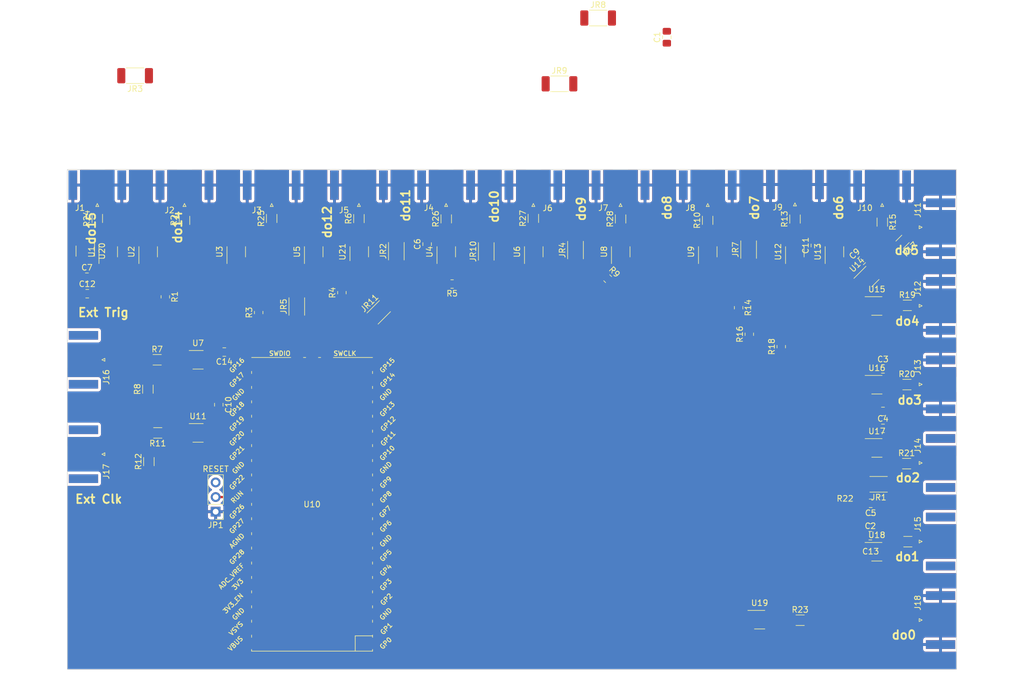
<source format=kicad_pcb>
(kicad_pcb (version 20221018) (generator pcbnew)
  (layers (0 "F.Cu" signal) (31 "B.Cu" signal) (34 "B.Paste" user) (35 "F.Paste" user) (36 "B.SilkS" user "B.Silkscreen") (37 "F.SilkS" user "F.Silkscreen") (38 "B.Mask" user) (39 "F.Mask" user) (44 "Edge.Cuts" user))
  (net 0 "")
  (net 1 "3_3V_Pico")
  (net 2 "GND")
  (net 3 "Net-(J16-In)")
  (net 4 "Net-(J17-In)")
  (net 5 "do7")
  (net 6 "do0")
  (net 7 "do15")
  (net 8 "do8")
  (net 9 "do14")
  (net 10 "do6")
  (net 11 "do9")
  (net 12 "do1")
  (net 13 "do13")
  (net 14 "do5")
  (net 15 "do10")
  (net 16 "do2")
  (net 17 "do12")
  (net 18 "do4")
  (net 19 "do3")
  (net 21 "Net-(JP1-C)")
  (net 22 "do11")
  (net 37 "Net-(U10-GPIO8)")
  (net 38 "Net-(U12A-1Y)")
  (net 41 "Net-(J16-Ext)")
  (net 42 "Net-(U2A-2Y)")
  (net 43 "Net-(R7-Pad2)")
  (net 44 "Net-(U5A-2Y)")
  (net 45 "Net-(R11-Pad1)")
  (net 46 "Net-(U9A-1Y)")
  (net 47 "Net-(U13A-1Y)")
  (net 48 "Net-(U14A-1Y)")
  (net 49 "Net-(U15A-1Y)")
  (net 50 "Net-(U16A-1Y)")
  (net 51 "Net-(U17A-1Y)")
  (net 52 "Net-(U18A-1Y)")
  (net 53 "Net-(U19A-1Y)")
  (net 54 "Net-(U10-GPIO15)")
  (net 55 "Net-(U10-GPIO14)")
  (net 56 "Net-(U10-GPIO13)")
  (net 57 "Net-(U10-GPIO11)")
  (net 58 "Net-(U10-GPIO12)")
  (net 59 "Net-(U10-GPIO10)")
  (net 61 "Net-(U10-GPIO16)")
  (net 62 "Net-(U10-GPIO9)")
  (net 63 "Net-(U10-GPIO7)")
  (net 65 "Net-(U10-GPIO20)")
  (net 66 "Net-(U10-GPIO6)")
  (net 67 "Net-(U10-GPIO5)")
  (net 68 "Net-(U10-GPIO4)")
  (net 69 "Net-(U10-GPIO3)")
  (net 70 "Net-(U10-GPIO2)")
  (net 71 "Net-(U10-GPIO1)")
  (net 72 "Net-(U10-GPIO0)")
  (net 73 "Net-(U1A-2Y)")
  (net 74 "Net-(U3A-2Y)")
  (net 75 "Net-(U4A-1Y)")
  (net 76 "Net-(U6A-1Y)")
  (net 77 "Net-(U8A-1Y)")
  (footprint "Package_TO_SOT_SMD:SOT-23-6_Handsoldering" (layer "F.Cu") (at 194.228 68.483 90)
    (fp_text reference "U12")
    (fp_text value "74LVC2G34DCKR")
  )
  (footprint "Package_TO_SOT_SMD:SOT-23-6_Handsoldering" (layer "F.Cu") (at 81.928 68.483 90)
    (fp_text reference "U2")
    (fp_text value "74LVC2G34DCKR")
  )
  (footprint "Capacitor_SMD:C_0805_2012Metric_Pad1.18x1.45mm_HandSolder" (layer "F.Cu") (at 172.002 31.2205 90)
    (fp_text reference "C1")
    (fp_text value "100n")
  )
  (footprint "Resistor_SMD:R_1206_3216Metric_Pad1.30x1.75mm_HandSolder" (layer "F.Cu") (at 213.763 77.789)
    (fp_text reference "R19")
    (fp_text value "49.9")
  )
  (footprint "Resistor_SMD:R_1206_3216Metric_Pad1.30x1.75mm_HandSolder" (layer "F.Cu") (at 163.965 62.78 90)
    (fp_text reference "R28")
    (fp_text value "49.9")
  )
  (footprint "Package_TO_SOT_SMD:SOT-23-6_Handsoldering" (layer "F.Cu") (at 163.995 68.483 90)
    (fp_text reference "U8")
    (fp_text value "74LVC2G34DCKR")
  )
  (footprint "Resistor_SMD:R_2010_5025Metric_Pad1.40x2.65mm_HandSolder" (layer "F.Cu") (at 160.069 27.885)
    (fp_text reference "JR8")
    (fp_text value "0")
  )
  (footprint "Resistor_SMD:R_1206_3216Metric_Pad1.30x1.75mm_HandSolder" (layer "F.Cu") (at 82.058 104.919 90)
    (fp_text reference "R12")
    (fp_text value "47k")
  )
  (footprint "Resistor_SMD:R_1206_3216Metric_Pad1.30x1.75mm_HandSolder" (layer "F.Cu") (at 194.26 62.795 90)
    (fp_text reference "R13")
    (fp_text value "49.9")
  )
  (footprint "Package_TO_SOT_SMD:SOT-23-6_Handsoldering" (layer "F.Cu") (at 179.108001 68.483 90)
    (fp_text reference "U9")
    (fp_text value "74LVC2G34DCKR")
  )
  (footprint "Package_TO_SOT_SMD:SOT-23-6_Handsoldering" (layer "F.Cu") (at 208.47975 102.544999)
    (fp_text reference "U17")
    (fp_text value "74LVC2G34DCKR")
  )
  (footprint "Package_TO_SOT_SMD:SOT-23-6_Handsoldering" (layer "F.Cu") (at 97.225 68.483 90)
    (fp_text reference "U3")
    (fp_text value "74LVC2G34DCKR")
  )
  (footprint "Resistor_SMD:R_1206_3216Metric_Pad1.30x1.75mm_HandSolder" (layer "F.Cu") (at 133.691 62.767 90)
    (fp_text reference "R26")
    (fp_text value "49.9")
  )
  (footprint "Resistor_SMD:R_1206_3216Metric_Pad1.30x1.75mm_HandSolder" (layer "F.Cu") (at 213.697 91.539)
    (fp_text reference "R20")
    (fp_text value "49.9")
  )
  (footprint "Connector_Coaxial:SMA_Amphenol_132289_EdgeMount" (layer "F.Cu") (at 209.394448 56.9 90)
    (fp_text reference "J10")
    (fp_text value "do6")
  )
  (footprint "Package_TO_SOT_SMD:SOT-23-6_Handsoldering" (layer "F.Cu") (at 207.078 72.783 45)
    (fp_text reference "U14")
    (fp_text value "74LVC2G34DCKR")
  )
  (footprint "Connector_Coaxial:SMA_Amphenol_132289_EdgeMount" (layer "F.Cu") (at 179.105556 56.9 90)
    (fp_text reference "J8")
    (fp_text value "do8")
  )
  (footprint "Resistor_SMD:R_1206_3216Metric_Pad1.30x1.75mm_HandSolder" (layer "F.Cu") (at 179.08 63.019 90)
    (fp_text reference "R10")
    (fp_text value "49.9")
  )
  (footprint "Connector_Coaxial:SMA_Amphenol_132289_EdgeMount" (layer "F.Cu") (at 219.531948 77.866071)
    (fp_text reference "J12")
    (fp_text value "do4")
  )
  (footprint "Resistor_SMD:R_0805_2012Metric_Pad1.20x1.40mm_HandSolder" (layer "F.Cu") (at 186.326 82.802 90)
    (fp_text reference "R16")
    (fp_text value "10k")
  )
  (footprint "Connector_Coaxial:SMA_Amphenol_132289_EdgeMount" (layer "F.Cu") (at 73.094448 56.9 90)
    (fp_text reference "J1")
    (fp_text value "do15")
  )
  (footprint "Package_TO_SOT_SMD:SOT-23-6_Handsoldering" (layer "F.Cu") (at 208.46475 120.573)
    (fp_text reference "U18")
    (fp_text value "74LVC2G34DCKR")
  )
  (footprint "Connector_Coaxial:SMA_Amphenol_132289_EdgeMount" (layer "F.Cu") (at 70.694448 103.6375 180)
    (fp_text reference "J17")
    (fp_text value "Ext. Clk.")
  )
  (footprint "MCU_RaspberryPi_and_Boards:RPi_Pico_SMD" (layer "F.Cu") (at 110.394448 112.3375 180)
    (fp_text reference "U10")
    (fp_text value "Pico")
  )
  (footprint "Resistor_SMD:R_1206_3216Metric_Pad1.30x1.75mm_HandSolder" (layer "F.Cu") (at 213.856 118.817)
    (fp_text reference "R22")
    (fp_text value "49.9")
  )
  (footprint "Capacitor_SMD:C_0805_2012Metric_Pad1.18x1.45mm_HandSolder" (layer "F.Cu") (at 209.535 99.146)
    (fp_text reference "C4")
    (fp_text value "100n" hide)
  )
  (footprint "Package_TO_SOT_SMD:SOT-23-5_HandSoldering" (layer "F.Cu") (at 71.013 68.363 -90)
    (fp_text reference "U20")
    (fp_text value "74LVC1G34")
  )
  (footprint "Resistor_SMD:R_0805_2012Metric_Pad1.20x1.40mm_HandSolder" (layer "F.Cu") (at 134.71 74.077 180)
    (fp_text reference "R5")
    (fp_text value "10k")
  )
  (footprint "Resistor_SMD:R_1206_3216Metric_Pad1.30x1.75mm_HandSolder" (layer "F.Cu") (at 73.095 62.691 90)
    (fp_text reference "R24")
    (fp_text value "49.9")
  )
  (footprint "Capacitor_SMD:C_0805_2012Metric_Pad1.18x1.45mm_HandSolder" (layer "F.Cu") (at 95.152 85.886 180)
    (fp_text reference "C14")
    (fp_text value "100n")
  )
  (footprint "Resistor_SMD:R_0805_2012Metric_Pad1.20x1.40mm_HandSolder" (layer "F.Cu") (at 84.909 76.303 -90)
    (fp_text reference "R1")
    (fp_text value "10k")
  )
  (footprint "Connector_PinHeader_2.54mm:PinHeader_1x03_P2.54mm_Vertical" (layer "F.Cu") (at 93.6498 113.6142 180)
    (fp_text reference "JP1")
    (fp_text value "RESET")
  )
  (footprint "Resistor_SMD:R_1206_3216Metric_Pad1.30x1.75mm_HandSolder" (layer "F.Cu") (at 209.418 63.331 -90)
    (fp_text reference "R15")
    (fp_text value "49.9")
  )
  (footprint "Resistor_SMD:R_1206_3216Metric_Pad1.30x1.75mm_HandSolder" (layer "F.Cu") (at 83.494448 87.2375)
    (fp_text reference "R7")
    (fp_text value "470")
  )
  (footprint "Resistor_SMD:R_2010_5025Metric_Pad1.40x2.65mm_HandSolder" (layer "F.Cu") (at 121.974 78.996 45)
    (fp_text reference "JR11")
    (fp_text value "0")
  )
  (footprint "Package_TO_SOT_SMD:SOT-23-6_Handsoldering" (layer "F.Cu") (at 148.894 68.483 90)
    (fp_text reference "U6")
    (fp_text value "74LVC2G34DCKR")
  )
  (footprint "Resistor_SMD:R_1206_3216Metric_Pad1.30x1.75mm_HandSolder" (layer "F.Cu") (at 195.15 132.46)
    (fp_text reference "R23")
    (fp_text value "49.9")
  )
  (footprint "Capacitor_SMD:C_0805_2012Metric_Pad1.18x1.45mm_HandSolder" (layer "F.Cu") (at 209.528 88.824)
    (fp_text reference "C3")
    (fp_text value "100n")
  )
  (footprint "Capacitor_SMD:C_0805_2012Metric_Pad1.18x1.45mm_HandSolder" (layer "F.Cu") (at 209.535 96.205)
    (fp_text reference "C8" hide)
    (fp_text value "100n")
  )
  (footprint "Package_TO_SOT_SMD:SOT-23-6_Handsoldering" (layer "F.Cu") (at 208.47825 91.564001)
    (fp_text reference "U16")
    (fp_text value "74LVC2G34DCKR")
  )
  (footprint "Resistor_SMD:R_2010_5025Metric_Pad1.40x2.65mm_HandSolder" (layer "F.Cu") (at 153.357 39.311)
    (fp_text reference "JR9")
    (fp_text value "0")
  )
  (footprint "Resistor_SMD:R_2010_5025Metric_Pad1.40x2.65mm_HandSolder" (layer "F.Cu") (at 156.14 68.183 90)
    (fp_text reference "JR4")
    (fp_text value "0")
  )
  (footprint "Resistor_SMD:R_1206_3216Metric_Pad1.30x1.75mm_HandSolder" (layer "F.Cu") (at 83.594448 99.9375 180)
    (fp_text reference "R11")
    (fp_text value "470")
  )
  (footprint "Capacitor_SMD:C_0805_2012Metric_Pad1.18x1.45mm_HandSolder" (layer "F.Cu") (at 197.787 67.389 90)
    (fp_text reference "C11")
    (fp_text value "100n")
  )
  (footprint "Capacitor_SMD:C_0805_2012Metric_Pad1.18x1.45mm_HandSolder" (layer "F.Cu") (at 207.3625 114.973 180)
    (fp_text reference "C13")
    (fp_text value "1u")
  )
  (footprint "Resistor_SMD:R_0805_2012Metric_Pad1.20x1.40mm_HandSolder" (layer "F.Cu") (at 115.577 75.578 90)
    (fp_text reference "R4")
    (fp_text value "10k")
  )
  (footprint "Connector_Coaxial:SMA_Amphenol_132289_EdgeMount" (layer "F.Cu") (at 70.694448 87.2375 180)
    (fp_text reference "J16")
    (fp_text value "Ext. Trig.")
  )
  (footprint "Capacitor_SMD:C_0805_2012Metric_Pad1.18x1.45mm_HandSolder" (layer "F.Cu") (at 94.194448 95.0375 -90)
    (fp_text reference "C10")
    (fp_text value "100n")
  )
  (footprint "Package_TO_SOT_SMD:SOT-23-6_Handsoldering" (layer "F.Cu") (at 74.996 68.483 90)
    (fp_text reference "U1")
    (fp_text value "74LVC2G34DCKR")
  )
  (footprint "Resistor_SMD:R_2010_5025Metric_Pad1.40x2.65mm_HandSolder" (layer "F.Cu") (at 208.777 108.859 180)
    (fp_text reference "JR1")
    (fp_text value "0")
  )
  (footprint "Resistor_SMD:R_1206_3216Metric_Pad1.30x1.75mm_HandSolder" (layer "F.Cu") (at 148.822 62.68 90)
    (fp_text reference "R27")
    (fp_text value "49.9")
  )
  (footprint "Resistor_SMD:R_1206_3216Metric_Pad1.30x1.75mm_HandSolder" (layer "F.Cu") (at 212.936 66.753 -135)
    (fp_text reference "R17")
    (fp_text value "49.9")
  )
  (footprint "Resistor_SMD:R_1206_3216Metric_Pad1.30x1.75mm_HandSolder" (layer "F.Cu") (at 103.376 62.693 90)
    (fp_text reference "R25")
    (fp_text value "49.9")
  )
  (footprint "Package_TO_SOT_SMD:SOT-23-6_Handsoldering" (layer "F.Cu") (at 208.465 77.893)
    (fp_text reference "U15")
    (fp_text value "74LVC2G34DCKR")
  )
  (footprint "Capacitor_SMD:C_0805_2012Metric_Pad1.18x1.45mm_HandSolder" (layer "F.Cu") (at 71.3 72.898)
    (fp_text reference "C7")
    (fp_text value "1u")
  )
  (footprint "Package_TO_SOT_SMD:SOT-23-6_Handsoldering" (layer "F.Cu") (at 110.679 68.483 90)
    (fp_text reference "U5")
    (fp_text value "74LVC2G34DCKR")
  )
  (footprint "Connector_Coaxial:SMA_Amphenol_132289_EdgeMount" (layer "F.Cu") (at 194.25 56.8 90)
    (fp_text reference "J9")
    (fp_text value "do7")
  )
  (footprint "Resistor_SMD:R_0805_2012Metric_Pad1.20x1.40mm_HandSolder" (layer "F.Cu") (at 101.121 79.034 90)
    (fp_text reference "R3")
    (fp_text value "10k")
  )
  (footprint "Package_TO_SOT_SMD:SOT-23-5_HandSoldering" (layer "F.Cu") (at 90.594448 87.2375)
    (fp_text reference "U7")
    (fp_text value "74LVC1G17")
  )
  (footprint "Connector_Coaxial:SMA_Amphenol_132289_EdgeMount" (layer "F.Cu") (at 219.531948 105.151785)
    (fp_text reference "J14")
    (fp_text value "do2")
  )
  (footprint "Package_TO_SOT_SMD:SOT-23-6_Handsoldering" (layer "F.Cu") (at 201.109 68.483 90)
    (fp_text reference "U13")
    (fp_text value "74LVC2G34DCKR")
  )
  (footprint "Connector_Coaxial:SMA_Amphenol_132289_EdgeMount" (layer "F.Cu") (at 118.52778 56.9 90)
    (fp_text reference "J5")
    (fp_text value "do12")
  )
  (footprint "Connector_Coaxial:SMA_Amphenol_132289_EdgeMount" (layer "F.Cu") (at 88.238892 56.9 90)
    (fp_text reference "J2")
    (fp_text value "do14")
  )
  (footprint "Resistor_SMD:R_0805_2012Metric_Pad1.20x1.40mm_HandSolder" (layer "F.Cu") (at 191.869 84.957 90)
    (fp_text reference "R18")
    (fp_text value "10k")
  )
  (footprint "Resistor_SMD:R_2010_5025Metric_Pad1.40x2.65mm_HandSolder" (layer "F.Cu") (at 125.027 68.379 90)
    (fp_text reference "JR2")
    (fp_text value "0")
  )
  (footprint "Connector_Coaxial:SMA_Amphenol_132289_EdgeMount" (layer "F.Cu") (at 219.531948 132.4375)
    (fp_text reference "J18")
    (fp_text value "do0")
  )
  (footprint "Resistor_SMD:R_1206_3216Metric_Pad1.30x1.75mm_HandSolder" (layer "F.Cu") (at 81.887 92.338 90)
    (fp_text reference "R8")
    (fp_text value "47k")
  )
  (footprint "Connector_Coaxial:SMA_Amphenol_132289_EdgeMount" (layer "F.Cu") (at 103.383336 56.9 90)
    (fp_text reference "J3")
    (fp_text value "do13")
  )
  (footprint "Capacitor_SMD:C_0805_2012Metric_Pad1.18x1.45mm_HandSolder" (layer "F.Cu") (at 207.402 112.162 180)
    (fp_text reference "C5")
    (fp_text value "10u")
  )
  (footprint "Connector_Coaxial:SMA_Amphenol_132289_EdgeMount" (layer "F.Cu") (at 133.672224 56.9 90)
    (fp_text reference "J4")
    (fp_text value "do11")
  )
  (footprint "Resistor_SMD:R_1206_3216Metric_Pad1.30x1.75mm_HandSolder" (layer "F.Cu") (at 213.644 105.268)
    (fp_text reference "R21")
    (fp_text value "49.9")
  )
  (footprint "Resistor_SMD:R_2010_5025Metric_Pad1.40x2.65mm_HandSolder" (layer "F.Cu") (at 79.662 37.902 180)
    (fp_text reference "JR3")
    (fp_text value "0")
  )
  (footprint "Package_TO_SOT_SMD:SOT-23-6_Handsoldering" (layer "F.Cu") (at 188.11875 132.365)
    (fp_text reference "U19")
    (fp_text value "74LVC2G34DCKR")
  )
  (footprint "Resistor_SMD:R_2010_5025Metric_Pad1.40x2.65mm_HandSolder" (layer "F.Cu") (at 186.202 68.102 90)
    (fp_text reference "JR7")
    (fp_text value "0")
  )
  (footprint "Capacitor_SMD:C_0805_2012Metric_Pad1.18x1.45mm_HandSolder" (layer "F.Cu") (at 207.3395 117.781)
    (fp_text reference "C2")
    (fp_text value "100n" hide)
  )
  (footprint "Capacitor_SMD:C_0805_2012Metric_Pad1.18x1.45mm_HandSolder" (layer "F.Cu") (at 130.369 67.1515 90)
    (fp_text reference "C6")
    (fp_text value "100n")
  )
  (footprint "Resistor_SMD:R_0805_2012Metric_Pad1.20x1.40mm_HandSolder" (layer "F.Cu") (at 184.462 78.192 -90)
    (fp_text reference "R14")
    (fp_text value "10k")
  )
  (footprint "Connector_Coaxial:SMA_Amphenol_132289_EdgeMount" (layer "F.Cu") (at 148.816668 56.9 90)
    (fp_text reference "J6")
    (fp_text value "do10")
  )
  (footprint "Resistor_SMD:R_2010_5025Metric_Pad1.40x2.65mm_HandSolder" (layer "F.Cu") (at 140.642 68.415 90)
    (fp_text reference "JR10")
    (fp_text value "0")
  )
  (footprint "Connector_Coaxial:SMA_Amphenol_132289_EdgeMount" (layer "F.Cu") (at 219.531948 91.508928)
    (fp_text reference "J13")
    (fp_text value "do3")
  )
  (footprint "Resistor_SMD:R_1206_3216Metric_Pad1.30x1.75mm_HandSolder" (layer "F.Cu") (at 88.241 63.028 90)
    (fp_text reference "R2")
    (fp_text value "49.9")
  )
  (footprint "Capacitor_SMD:C_0805_2012Metric_Pad1.18x1.45mm_HandSolder" (layer "F.Cu") (at 71.35 75.76)
    (fp_text reference "C12")
    (fp_text value "10u")
  )
  (footprint "Package_TO_SOT_SMD:SOT-23-5_HandSoldering" (layer "F.Cu") (at 90.594448 99.9375)
    (fp_text reference "U11")
    (fp_text value "74LVC1G34")
  )
  (footprint "Resistor_SMD:R_0805_2012Metric_Pad1.20x1.40mm_HandSolder" (layer "F.Cu") (at 161.727 73.151 -45)
    (fp_text reference "R9")
    (fp_text value "10k")
  )
  (footprint "Connector_Coaxial:SMA_Amphenol_132289_EdgeMount" (layer "F.Cu") (at 219.531948 64.223214)
    (fp_text reference "J11")
    (fp_text value "do5")
  )
  (footprint "Package_TO_SOT_SMD:SOT-23-5_HandSoldering" (layer "F.Cu") (at 118.586 68.483 90)
    (fp_text reference "U21")
    (fp_text value "74LVC1G34" hide)
  )
  (footprint "Connector_Coaxial:SMA_Amphenol_132289_EdgeMount" (layer "F.Cu") (at 163.961112 56.9 90)
    (fp_text reference "J7")
    (fp_text value "do9")
  )
  (footprint "Resistor_SMD:R_2010_5025Metric_Pad1.40x2.65mm_HandSolder" (layer "F.Cu") (at 107.742 77.984 90)
    (fp_text reference "JR5")
    (fp_text value "0")
  )
  (footprint "Connector_Coaxial:SMA_Amphenol_132289_EdgeMount" (layer "F.Cu") (at 219.531948 118.794642)
    (fp_text reference "J15")
    (fp_text value "do1")
  )
  (footprint "Resistor_SMD:R_1206_3216Metric_Pad1.30x1.75mm_HandSolder" (layer "F.Cu") (at 118.534 62.717 90)
    (fp_text reference "R6")
    (fp_text value "49.9")
  )
  (footprint "Package_TO_SOT_SMD:SOT-23-6_Handsoldering" (layer "F.Cu") (at 133.697 68.483 90)
    (fp_text reference "U4")
    (fp_text value "74LVC2G34DCKR")
  )
  (footprint "Capacitor_SMD:C_0805_2012Metric_Pad1.18x1.45mm_HandSolder" (layer "F.Cu") (at 205.7975 70.03 45)
    (fp_text reference "C9")
    (fp_text value "100n")
  )
  (gr_rect (start 67.9 54.2) (end 222.3 141) (stroke (width 0.1)) (fill none) (layer "Edge.Cuts"))
  (gr_text "do6" (at 202.7 63.1 90) (layer "F.SilkS") (effects (font (size 1.5 1.5) (thickness 0.3) bold) (justify left bottom)))
  (gr_text "do2" (at 211.6 108.6) (layer "F.SilkS") (effects (font (size 1.5 1.5) (thickness 0.3) bold) (justify left bottom)))
  (gr_text "do12" (at 113.9 66.3 90) (layer "F.SilkS") (effects (font (size 1.5 1.5) (thickness 0.3) bold) (justify left bottom)))
  (gr_text "do5" (at 211.4 69.1) (layer "F.SilkS") (effects (font (size 1.5 1.5) (thickness 0.3) bold) (justify left bottom)))
  (gr_text "do7" (at 188.1 63.1 90) (layer "F.SilkS") (effects (font (size 1.5 1.5) (thickness 0.3) bold) (justify left bottom)))
  (gr_text "do8" (at 172.9 63.1 90) (layer "F.SilkS") (effects (font (size 1.5 1.5) (thickness 0.3) bold) (justify left bottom)))
  (gr_text "do11" (at 127.5 63.4 90) (layer "F.SilkS") (effects (font (size 1.5 1.5) (thickness 0.3) bold) (justify left bottom)))
  (gr_text "do9" (at 158 63.3 90) (layer "F.SilkS") (effects (font (size 1.5 1.5) (thickness 0.3) bold) (justify left bottom)))
  (gr_text "Ext Clk" (at 69.1 112.3) (layer "F.SilkS") (effects (font (size 1.5 1.5) (thickness 0.3) bold) (justify left bottom)))
  (gr_text "Ext Trig" (at 69.6 79.9) (layer "F.SilkS") (effects (font (size 1.5 1.5) (thickness 0.3) bold) (justify left bottom)))
  (gr_text "do1" (at 211.5 122.3) (layer "F.SilkS") (effects (font (size 1.5 1.5) (thickness 0.3) bold) (justify left bottom)))
  (gr_text "do10" (at 142.9 63.6 90) (layer "F.SilkS") (effects (font (size 1.5 1.5) (thickness 0.3) bold) (justify left bottom)))
  (gr_text "do14" (at 87.9 67.2 90) (layer "F.SilkS") (effects (font (size 1.5 1.5) (thickness 0.3) bold) (justify left bottom)))
  (gr_text "do4" (at 211.5 81.4) (layer "F.SilkS") (effects (font (size 1.5 1.5) (thickness 0.3) bold) (justify left bottom)))
  (gr_text "do3" (at 211.9 95.1) (layer "F.SilkS") (effects (font (size 1.5 1.5) (thickness 0.3) bold) (justify left bottom)))
  (gr_text "do15" (at 72.9 67.4 90) (layer "F.SilkS") (effects (font (size 1.5 1.5) (thickness 0.3) bold) (justify left bottom)))
  (gr_text "do0" (at 210.9 135.9) (layer "F.SilkS") (effects (font (size 1.5 1.5) (thickness 0.3) bold) (justify left bottom)))
  (segment (start 81.969 68.434) (end 97.308 68.434) (width 0.4) (layer "F.Cu") (net 1))
  (segment (start 208.457 105.182) (end 208.457 118.729) (width 0.4) (layer "F.Cu") (net 1))
  (segment (start 90.594448 86.6375) (end 90.944448 86.2875) (width 0.4) (layer "F.Cu") (net 1))
  (segment (start 86.241 79.575) (end 72.325 79.575) (width 0.4) (layer "F.Cu") (net 1))
  (segment (start 90.944448 86.2875) (end 91.944448 86.2875) (width 0.4) (layer "F.Cu") (net 1))
  (segment (start 208.457 74.2) (end 208.457 77.937) (width 0.4) (layer "F.Cu") (net 1))
  (segment (start 208.457 91.508) (end 208.457 102.545) (width 0.4) (layer "F.Cu") (net 1))
  (segment (start 117.642 68.434) (end 202.691 68.434) (width 0.4) (layer "F.Cu") (net 1))
  (segment (start 92.8925 98.9875) (end 94.194448 97.685552) (width 0.4) (layer "F.Cu") (net 1))
  (segment (start 70.225 77.475) (end 70.225 68.907) (width 0.4) (layer "F.Cu") (net 1))
  (segment (start 91.944448 98.9875) (end 92.8925 98.9875) (width 0.4) (layer "F.Cu") (net 1))
  (segment (start 208.457 120.573) (end 208.457 122.508) (width 0.4) (layer "F.Cu") (net 1))
  (segment (start 207.953575 71.907425) (end 207.121 72.74) (width 0.4) (layer "F.Cu") (net 1))
  (segment (start 207.121 72.74) (end 206.997 72.74) (width 0.4) (layer "F.Cu") (net 1))
  (segment (start 97.308 68.434) (end 110.82 68.434) (width 0.4) (layer "F.Cu") (net 1))
  (segment (start 81.928 68.393) (end 81.969 68.434) (width 0.4) (layer "F.Cu") (net 1))
  (segment (start 91.944448 85.278448) (end 86.241 79.575) (width 0.4) (layer "F.Cu") (net 1))
  (segment (start 188.42995 132.292801) (end 188.502149 132.365) (width 0.4) (layer "F.Cu") (net 1))
  (segment (start 91.944448 86.2875) (end 91.944448 85.278448) (width 0.4) (layer "F.Cu") (net 1))
  (segment (start 208.457 122.508) (end 204.475 126.49) (width 0.4) (layer "F.Cu") (net 1))
  (segment (start 97.225 67.133) (end 97.225 68.351) (width 0.4) (layer "F.Cu") (net 1))
  (segment (start 101.504448 126.3075) (end 101.474448 126.3375) (width 0.4) (layer "F.Cu") (net 1))
  (segment (start 90.594448 121.6375) (end 90.594448 99.2375) (width 0.4) (layer "F.Cu") (net 1))
  (segment (start 208.457 102.545) (end 208.457 105.182) (width 0.4) (layer "F.Cu") (net 1))
  (segment (start 202.9065 68.6495) (end 206.997 72.74) (width 0.4) (layer "F.Cu") (net 1))
  (segment (start 163.995 67.00675) (end 163.995 68.231) (width 0.4) (layer "F.Cu") (net 1))
  (segment (start 70.225 68.907) (end 70.698 68.434) (width 0.4) (layer "F.Cu") (net 1))
  (segment (start 188.502149 132.365) (end 189.357 132.365) (width 0.4) (layer "F.Cu") (net 1))
  (segment (start 208.513001 91.564001) (end 208.457 91.508) (width 0.4) (layer "F.Cu") (net 1))
  (segment (start 74.996 67.133) (end 74.996 68.423) (width 0.4) (layer "F.Cu") (net 1))
  (segment (start 189.905 126.49) (end 188.42995 127.96505) (width 0.4) (layer "F.Cu") (net 1))
  (segment (start 72.325 79.575) (end 70.225 77.475) (width 0.4) (layer "F.Cu") (net 1))
  (segment (start 70.698 68.434) (end 75.007 68.434) (width 0.4) (layer "F.Cu") (net 1))
  (segment (start 95.294448 126.3375) (end 90.594448 121.6375) (width 0.4) (layer "F.Cu") (net 1))
  (segment (start 90.594448 99.2375) (end 90.594448 86.6375) (width 0.4) (layer "F.Cu") (net 1))
  (segment (start 208.457 118.729) (end 208.457 120.573) (width 0.4) (layer "F.Cu") (net 1))
  (segment (start 206.997 72.74) (end 208.457 74.2) (width 0.4) (layer "F.Cu") (net 1))
  (segment (start 208.501 77.893) (end 208.457 77.937) (width 0.4) (layer "F.Cu") (net 1))
  (segment (start 209.703 120.573) (end 208.457 120.573) (width 0.4) (layer "F.Cu") (net 1))
  (segment (start 204.475 126.49) (end 189.905 126.49) (width 0.4) (layer "F.Cu") (net 1))
  (segment (start 202.691 68.434) (end 202.9065 68.6495) (width 0.4) (layer "F.Cu") (net 1))
  (segment (start 188.42995 127.96505) (end 188.42995 132.292801) (width 0.4) (layer "F.Cu") (net 1))
  (segment (start 110.82 68.434) (end 117.642 68.434) (width 0.4) (layer "F.Cu") (net 1))
  (segment (start 110.679 68.293) (end 110.82 68.434) (width 0.4) (layer "F.Cu") (net 1))
  (segment (start 209.718 102.544999) (end 208.457 102.545) (width 0.4) (layer "F.Cu") (net 1))
  (segment (start 209.70325 77.893) (end 208.501 77.893) (width 0.4) (layer "F.Cu") (net 1))
  (segment (start 94.1145 85.886) (end 93.408 85.886) (width 0.4) (layer "F.Cu") (net 1))
  (segment (start 209.7165 91.564001) (end 208.513001 91.564001) (width 0.4) (layer "F.Cu") (net 1))
  (segment (start 110.679 67.133) (end 110.679 68.293) (width 0.4) (layer "F.Cu") (net 1))
  (segment (start 94.194448 97.685552) (end 94.194448 96.075) (width 0.4) (layer "F.Cu") (net 1))
  (segment (start 208.457 77.937) (end 208.457 78.313) (width 0.4) (layer "F.Cu") (net 1))
  (segment (start 93.408 85.886) (end 93.0065 86.2875) (width 0.4) (layer "F.Cu") (net 1))
  (segment (start 101.474448 126.3375) (end 95.294448 126.3375) (width 0.4) (layer "F.Cu") (net 1))
  (segment (start 93.0065 86.2875) (end 91.944448 86.2875) (width 0.4) (layer "F.Cu") (net 1))
  (segment (start 97.225 68.351) (end 97.308 68.434) (width 0.4) (layer "F.Cu") (net 1))
  (segment (start 117.636 68.428) (end 117.642 68.434) (width 0.4) (layer "F.Cu") (net 1))
  (segment (start 90.844448 98.9875) (end 91.944448 98.9875) (width 0.4) (layer "F.Cu") (net 1))
  (segment (start 163.995 68.231) (end 163.996 68.232) (width 0.4) (layer "F.Cu") (net 1))
  (segment (start 74.996 68.423) (end 75.007 68.434) (width 0.4) (layer "F.Cu") (net 1))
  (segment (start 117.636 67.133) (end 117.636 68.428) (width 0.4) (layer "F.Cu") (net 1))
  (segment (start 81.928 67.133) (end 81.928 68.393) (width 0.4) (layer "F.Cu") (net 1))
  (segment (start 75.007 68.434) (end 81.969 68.434) (width 0.4) (layer "F.Cu") (net 1))
  (segment (start 208.457 78.313) (end 208.457 91.508) (width 0.4) (layer "F.Cu") (net 1))
  (segment (start 81.944448 87.2375) (end 70.694448 87.2375) (width 0.4) (layer "F.Cu") (net 3))
  (segment (start 81.887 90.788) (end 81.887 87.294948) (width 0.4) (layer "F.Cu") (net 3))
  (segment (start 81.887 87.294948) (end 81.944448 87.2375) (width 0.4) (layer "F.Cu") (net 3))
  (segment (start 70.694448 103.6375) (end 77.13 103.6375) (width 0.4) (layer "F.Cu") (net 4))
  (segment (start 77.13 103.6375) (end 80.83 99.9375) (width 0.4) (layer "F.Cu") (net 4))
  (segment (start 82.044448 99.9375) (end 82.044448 102.888552) (width 0.4) (layer "F.Cu") (net 4))
  (segment (start 82.044448 99.9375) (end 80.83 99.9375) (width 0.4) (layer "F.Cu") (net 4))
  (segment (start 194.26 56.81) (end 194.25 56.8) (width 0.93) (layer "F.Cu") (net 5))
  (segment (start 194.26 61.245) (end 194.26 56.81) (width 0.93) (layer "F.Cu") (net 5))
  (segment (start 196.7225 132.4375) (end 219.531948 132.4375) (width 0.93) (layer "F.Cu") (net 6))
  (segment (start 196.7 132.46) (end 196.7225 132.4375) (width 0.93) (layer "F.Cu") (net 6))
  (segment (start 73.094448 61.140448) (end 73.095 61.141) (width 0.93) (layer "F.Cu") (net 7))
  (segment (start 73.094448 56.9) (end 73.094448 61.140448) (width 0.93) (layer "F.Cu") (net 7))
  (segment (start 179.105556 56.9) (end 179.105556 61.443444) (width 0.93) (layer "F.Cu") (net 8))
  (segment (start 179.105556 61.443444) (end 179.08 61.469) (width 0.93) (layer "F.Cu") (net 8))
  (segment (start 88.238892 56.9) (end 88.238892 61.475892) (width 0.93) (layer "F.Cu") (net 9))
  (segment (start 88.238892 61.475892) (end 88.241 61.478) (width 0.93) (layer "F.Cu") (net 9))
  (segment (start 209.394448 61.757448) (end 209.418 61.781) (width 0.93) (layer "F.Cu") (net 10))
  (segment (start 209.394448 56.9) (end 209.394448 61.757448) (width 0.93) (layer "F.Cu") (net 10))
  (segment (start 163.961112 56.9) (end 163.961112 61.226112) (width 0.93) (layer "F.Cu") (net 11))
  (segment (start 163.961112 61.226112) (end 163.965 61.23) (width 0.93) (layer "F.Cu") (net 11))
  (segment (start 219.50959 118.817) (end 219.531948 118.794642) (width 0.93) (layer "F.Cu") (net 12))
  (segment (start 215.406 118.817) (end 219.50959 118.817) (width 0.93) (layer "F.Cu") (net 12))
  (segment (start 219.531948 64.223214) (end 215.465786 64.223214) (width 0.93) (layer "F.Cu") (net 14))
  (segment (start 215.465786 64.223214) (end 214.032016 65.656984) (width 0.93) (layer "F.Cu") (net 14))
  (segment (start 148.816668 56.9) (end 148.816668 61.124668) (width 0.93) (layer "F.Cu") (net 15))
  (segment (start 148.816668 61.124668) (end 148.822 61.13) (width 0.93) (layer "F.Cu") (net 15))
  (segment (start 219.415733 105.268) (end 219.531948 105.151785) (width 0.93) (layer "F.Cu") (net 16))
  (segment (start 215.194 105.268) (end 219.415733 105.268) (width 0.93) (layer "F.Cu") (net 16))
  (segment (start 118.534 61.167) (end 118.534 56.90622) (width 0.93) (layer "F.Cu") (net 17))
  (segment (start 118.534 56.90622) (end 118.52778 56.9) (width 0.93) (layer "F.Cu") (net 17))
  (segment (start 219.454877 77.789) (end 219.531948 77.866071) (width 0.93) (layer "F.Cu") (net 18))
  (segment (start 215.313 77.789) (end 219.454877 77.789) (width 0.93) (layer "F.Cu") (net 18))
  (segment (start 215.247 91.539) (end 219.501876 91.539) (width 0.93) (layer "F.Cu") (net 19))
  (segment (start 219.501876 91.539) (end 219.531948 91.508928) (width 0.93) (layer "F.Cu") (net 19))
  (segment (start 101.504448 111.0675) (end 101.497748 111.0742) (width 0.4) (layer "F.Cu") (net 21))
  (segment (start 101.497748 111.0742) (end 93.6498 111.0742) (width 0.4) (layer "F.Cu") (net 21))
  (segment (start 133.672224 56.9) (end 133.672224 61.198224) (width 0.93) (layer "F.Cu") (net 22))
  (segment (start 133.672224 61.198224) (end 133.691 61.217) (width 0.93) (layer "F.Cu") (net 22))
  (segment (start 179.102 71.175) (end 179.102 72.75) (width 0.4) (layer "F.Cu") (net 37))
  (segment (start 179.102 71.175) (end 179.758 70.519) (width 0.4) (layer "F.Cu") (net 37))
  (segment (start 133.0535 111.0675) (end 119.284448 111.0675) (width 0.4) (layer "F.Cu") (net 37))
  (segment (start 179.758 70.519) (end 179.758 69.4995) (width 0.4) (layer "F.Cu") (net 37))
  (segment (start 178.458002 69.4995) (end 178.458002 70.531002) (width 0.4) (layer "F.Cu") (net 37))
  (segment (start 168.862 75.259) (end 133.0535 111.0675) (width 0.4) (layer "F.Cu") (net 37))
  (segment (start 178.458002 70.531002) (end 179.102 71.175) (width 0.4) (layer "F.Cu") (net 37))
  (segment (start 176.593 75.259) (end 168.862 75.259) (width 0.4) (layer "F.Cu") (net 37))
  (segment (start 179.102 72.75) (end 176.593 75.259) (width 0.4) (layer "F.Cu") (net 37))
  (segment (start 193.578001 66.229999) (end 194.26 65.548) (width 0.4) (layer "F.Cu") (net 38))
  (segment (start 194.26 65.548) (end 194.877999 66.165999) (width 0.4) (layer "F.Cu") (net 38))
  (segment (start 194.26 65.548) (end 194.26 64.345) (width 0.4) (layer "F.Cu") (net 38))
  (segment (start 193.578001 67.01975) (end 193.578001 66.229999) (width 0.4) (layer "F.Cu") (net 38))
  (segment (start 194.877999 66.165999) (end 194.877999 67.01975) (width 0.4) (layer "F.Cu") (net 38))
  (segment (start 82.878 67.134) (end 82.881 67.137) (width 0.4) (layer "F.Cu") (net 42))
  (segment (start 88.241 64.578) (end 88.241 66.59) (width 0.4) (layer "F.Cu") (net 42))
  (segment (start 96.167 67.137) (end 96.275 67.029) (width 0.4) (layer "F.Cu") (net 42))
  (segment (start 88.241 66.705) (end 88.241 64.578) (width 0.4) (layer "F.Cu") (net 42))
  (segment (start 82.878 67.133) (end 87.813 67.133) (width 0.4) (layer "F.Cu") (net 42))
  (segment (start 87.813 67.133) (end 88.241 66.705) (width 0.4) (layer "F.Cu") (net 42))
  (segment (start 88.784 67.133) (end 96.275 67.133) (width 0.4) (layer "F.Cu") (net 42))
  (segment (start 88.241 66.59) (end 88.784 67.133) (width 0.4) (layer "F.Cu") (net 42))
  (segment (start 89.244448 87.2375) (end 85.044448 87.2375) (width 0.4) (layer "F.Cu") (net 43))
  (segment (start 119.536 67.133) (end 119.536 66.615) (width 0.4) (layer "F.Cu") (net 44))
  (segment (start 119.536 66.615) (end 118.535 65.614) (width 0.4) (layer "F.Cu") (net 44))
  (segment (start 113.734 67.133) (end 116.6 64.267) (width 0.4) (layer "F.Cu") (net 44))
  (segment (start 118.535 65.614) (end 118.535 64.268) (width 0.4) (layer "F.Cu") (net 44))
  (segment (start 111.629 67.133) (end 113.734 67.133) (width 0.4) (layer "F.Cu") (net 44))
  (segment (start 116.6 64.267) (end 118.534 64.267) (width 0.4) (layer "F.Cu") (net 44))
  (segment (start 89.244448 99.9375) (end 85.144448 99.9375) (width 0.4) (layer "F.Cu") (net 45))
  (segment (start 179.078 65.43) (end 179.758 66.11) (width 0.4) (layer "F.Cu") (net 46))
  (segment (start 179.078 64.571) (end 179.078 65.43) (width 0.4) (layer "F.Cu") (net 46))
  (segment (start 179.078 65.43) (end 178.458002 66.049998) (width 0.4) (layer "F.Cu") (net 46))
  (segment (start 179.758 66.11) (end 179.758 67.023) (width 0.4) (layer "F.Cu") (net 46))
  (segment (start 178.458002 66.049998) (end 178.458002 67.023) (width 0.4) (layer "F.Cu") (net 46))
  (segment (start 200.459001 67.05775) (end 200.459001 66.082999) (width 0.4) (layer "F.Cu") (net 47))
  (segment (start 201.711298 66.082999) (end 201.758999 66.1307) (width 0.4) (layer "F.Cu") (net 47))
  (segment (start 200.459001 66.082999) (end 201.711298 66.082999) (width 0.4) (layer "F.Cu") (net 47))
  (segment (start 209.418 64.881) (end 209.418 65.745) (width 0.4) (layer "F.Cu") (net 47))
  (segment (start 209.079 66.084) (end 201.805699 66.084) (width 0.4) (layer "F.Cu") (net 47))
  (segment (start 201.758999 66.1307) (end 201.758999 67.05775) (width 0.4) (layer "F.Cu") (net 47))
  (segment (start 201.805699 66.084) (end 201.758999 66.1307) (width 0.4) (layer "F.Cu") (net 47))
  (segment (start 209.418 65.745) (end 209.079 66.084) (width 0.4) (layer "F.Cu") (net 47))
  (segment (start 209.396 70.293) (end 209.396 71.384238) (width 0.4) (layer "F.Cu") (net 48))
  (segment (start 211.839984 67.849016) (end 209.396 70.293) (width 0.4) (layer "F.Cu") (net 48))
  (segment (start 209.396 70.293) (end 208.648762 70.293) (width 0.4) (layer "F.Cu") (net 48))
  (segment (start 209.396 71.384238) (end 208.413194 72.367044) (width 0.4) (layer "F.Cu") (net 48))
  (segment (start 208.648762 70.293) (end 207.493956 71.447806) (width 0.4) (layer "F.Cu") (net 48))
  (segment (start 210.409001 77.243001) (end 210.966 77.8) (width 0.4) (layer "F.Cu") (net 49))
  (segment (start 210.966 77.8) (end 212.202 77.8) (width 0.4) (layer "F.Cu") (net 49))
  (segment (start 210.342001 78.542999) (end 209.70325 78.542999) (width 0.4) (layer "F.Cu") (net 49))
  (segment (start 210.966 77.919) (end 210.342001 78.542999) (width 0.4) (layer "F.Cu") (net 49))
  (segment (start 210.966 77.8) (end 210.966 77.919) (width 0.4) (layer "F.Cu") (net 49))
  (segment (start 212.202 77.8) (end 212.213 77.789) (width 0.4) (layer "F.Cu") (net 49))
  (segment (start 209.70325 77.243001) (end 210.409001 77.243001) (width 0.4) (layer "F.Cu") (net 49))
  (segment (start 210.902 92.214) (end 211.577 91.539) (width 0.4) (layer "F.Cu") (net 50))
  (segment (start 211.577 91.539) (end 212.147 91.539) (width 0.4) (layer "F.Cu") (net 50))
  (segment (start 209.7165 92.214) (end 210.902 92.214) (width 0.4) (layer "F.Cu") (net 50))
  (segment (start 210.800002 90.914002) (end 209.7165 90.914002) (width 0.4) (layer "F.Cu") (net 50))
  (segment (start 212.147 91.539) (end 211.425 91.539) (width 0.4) (layer "F.Cu") (net 50))
  (segment (start 211.425 91.539) (end 210.800002 90.914002) (width 0.4) (layer "F.Cu") (net 50))
  (segment (start 211.145 102.768) (end 210.718002 103.194998) (width 0.4) (layer "F.Cu") (net 51))
  (segment (start 209.718 101.895) (end 210.64505 101.895) (width 0.4) (layer "F.Cu") (net 51))
  (segment (start 211.145 102.39495) (end 211.145 102.768) (width 0.4) (layer "F.Cu") (net 51))
  (segment (start 211.145 102.768) (end 211.773 102.768) (width 0.4) (layer "F.Cu") (net 51))
  (segment (start 210.718002 103.194998) (end 209.718 103.194998) (width 0.4) (layer "F.Cu") (net 51))
  (segment (start 212.094 103.089) (end 212.094 105.268) (width 0.4) (layer "F.Cu") (net 51))
  (segment (start 210.64505 101.895) (end 211.145 102.39495) (width 0.4) (layer "F.Cu") (net 51))
  (segment (start 211.773 102.768) (end 212.094 103.089) (width 0.4) (layer "F.Cu") (net 51))
  (segment (start 211.061 120.353951) (end 212.127049 120.353951) (width 0.4) (layer "F.Cu") (net 52))
  (segment (start 211.061 120.353951) (end 210.63005 119.923001) (width 0.4) (layer "F.Cu") (net 52))
  (segment (start 210.557851 121.222999) (end 211.061 120.71985) (width 0.4) (layer "F.Cu") (net 52))
  (segment (start 209.703 121.222999) (end 210.557851 121.222999) (width 0.4) (layer "F.Cu") (net 52))
  (segment (start 211.061 120.71985) (end 211.061 120.353951) (width 0.4) (layer "F.Cu") (net 52))
  (segment (start 212.127049 120.353951) (end 212.306 120.175) (width 0.4) (layer "F.Cu") (net 52))
  (segment (start 210.63005 119.923001) (end 209.703 119.923001) (width 0.4) (layer "F.Cu") (net 52))
  (segment (start 212.306 120.175) (end 212.306 118.817) (width 0.4) (layer "F.Cu") (net 52))
  (segment (start 189.357 131.715001) (end 190.511001 131.715001) (width 0.4) (layer "F.Cu") (net 53))
  (segment (start 190.701001 133.014999) (end 191.256 132.46) (width 0.4) (layer "F.Cu") (net 53))
  (segment (start 191.256 132.46) (end 193.6 132.46) (width 0.4) (layer "F.Cu") (net 53))
  (segment (start 190.511001 131.715001) (end 191.256 132.46) (width 0.4) (layer "F.Cu") (net 53))
  (segment (start 189.357 133.014999) (end 190.701001 133.014999) (width 0.4) (layer "F.Cu") (net 53))
  (segment (start 112.567 82.837) (end 95.495 82.837) (width 0.4) (layer "F.Cu") (net 54))
  (segment (start 75.946 70.968) (end 78.777 73.799) (width 0.4) (layer "F.Cu") (net 54))
  (segment (start 81.788 73.799) (end 83.405 73.799) (width 0.4) (layer "F.Cu") (net 54))
  (segment (start 78.777 73.799) (end 81.788 73.799) (width 0.4) (layer "F.Cu") (net 54))
  (segment (start 80.978 73.097) (end 80.978 69.833) (width 0.4) (layer "F.Cu") (net 54))
  (segment (start 87.961 75.303) (end 84.909 75.303) (width 0.4) (layer "F.Cu") (net 54))
  (segment (start 80.977 69.833) (end 80.978 69.834) (width 0.4) (layer "F.Cu") (net 54))
  (segment (start 81.68 73.799) (end 80.978 73.097) (width 0.4) (layer "F.Cu") (net 54))
  (segment (start 81.788 73.799) (end 81.68 73.799) (width 0.4) (layer "F.Cu") (net 54))
  (segment (start 119.284448 88.2075) (end 117.9375 88.2075) (width 0.4) (layer "F.Cu") (net 54))
  (segment (start 83.405 73.799) (end 84.909 75.303) (width 0.4) (layer "F.Cu") (net 54))
  (segment (start 117.9375 88.2075) (end 112.567 82.837) (width 0.4) (layer "F.Cu") (net 54))
  (segment (start 95.495 82.837) (end 87.961 75.303) (width 0.4) (layer "F.Cu") (net 54))
  (segment (start 75.946 69.833) (end 75.946 70.968) (width 0.4) (layer "F.Cu") (net 54))
  (segment (start 96.275 69.833) (end 96.275 77.216) (width 0.4) (layer "F.Cu") (net 55))
  (segment (start 96.922 77.944) (end 90.503 71.525) (width 0.4) (layer "F.Cu") (net 55))
  (segment (start 82.878 69.834) (end 82.881 69.837) (width 0.4) (layer "F.Cu") (net 55))
  (segment (start 121.044448 90.7475) (end 121.067948 90.724) (width 0.4) (layer "F.Cu") (net 55))
  (segment (start 123.172 86.05) (end 121.177 84.055) (width 0.4) (layer "F.Cu") (net 55))
  (segment (start 97.003 77.944) (end 96.922 77.944) (width 0.4) (layer "F.Cu") (net 55))
  (segment (start 83.187 71.525) (end 82.878 71.216) (width 0.4) (layer "F.Cu") (net 55))
  (segment (start 111.706 77.944) (end 97.003 77.944) (width 0.4) (layer "F.Cu") (net 55))
  (segment (start 96.275 77.216) (end 97.003 77.944) (width 0.4) (layer "F.Cu") (net 55))
  (segment (start 82.878 71.216) (end 82.878 69.833) (width 0.4) (layer "F.Cu") (net 55))
  (segment (start 123.172 90.094) (end 123.172 86.05) (width 0.4) (layer "F.Cu") (net 55))
  (segment (start 96.167 69.837) (end 96.275 69.729) (width 0.4) (layer "F.Cu") (net 55))
  (segment (start 122.542 90.724) (end 123.172 90.094) (width 0.4) (layer "F.Cu") (net 55))
  (segment (start 121.067948 90.724) (end 122.542 90.724) (width 0.4) (layer "F.Cu") (net 55))
  (segment (start 117.817 84.055) (end 111.706 77.944) (width 0.4) (layer "F.Cu") (net 55))
  (segment (start 121.177 84.055) (end 117.817 84.055) (width 0.4) (layer "F.Cu") (net 55))
  (segment (start 90.503 71.525) (end 83.187 71.525) (width 0.4) (layer "F.Cu") (net 55))
  (segment (start 123.1315 95.8275) (end 125.819 93.14) (width 0.4) (layer "F.Cu") (net 56))
  (segment (start 125.819 82.895) (end 117.452 74.528) (width 0.4) (layer "F.Cu") (net 56))
  (segment (start 125.819 93.14) (end 125.819 82.895) (width 0.4) (layer "F.Cu") (net 56))
  (segment (start 117.452 74.528) (end 110.778 74.528) (width 0.4) (layer "F.Cu") (net 56))
  (segment (start 110.778 74.528) (end 110.437 74.187) (width 0.4) (layer "F.Cu") (net 56))
  (segment (start 109.729 73.479) (end 110.437 74.187) (width 0.4) (layer "F.Cu") (net 56))
  (segment (start 104.189 72.614) (end 101.408 69.833) (width 0.4) (layer "F.Cu") (net 56))
  (segment (start 110.437 74.187) (end 108.864 72.614) (width 0.4) (layer "F.Cu") (net 56))
  (segment (start 108.864 72.614) (end 104.189 72.614) (width 0.4) (layer "F.Cu") (net 56))
  (segment (start 119.284448 95.8275) (end 123.1315 95.8275) (width 0.4) (layer "F.Cu") (net 56))
  (segment (start 109.729 69.833) (end 109.729 73.479) (width 0.4) (layer "F.Cu") (net 56))
  (segment (start 101.408 69.833) (end 98.175 69.833) (width 0.4) (layer "F.Cu") (net 56))
  (segment (start 132.747 69.833) (end 132.747 70.93) (width 0.4) (layer "F.Cu") (net 57))
  (segment (start 123.6055 100.9075) (end 119.284448 100.9075) (width 0.4) (layer "F.Cu") (net 57))
  (segment (start 133.71 74.077) (end 133.71 71.893) (width 0.4) (layer "F.Cu") (net 57))
  (segment (start 133.704 74.083) (end 133.704 90.809) (width 0.4) (layer "F.Cu") (net 57))
  (segment (start 133.704 90.809) (end 123.6055 100.9075) (width 0.4) (layer "F.Cu") (net 57))
  (segment (start 132.747 70.93) (end 133.71 71.893) (width 0.4) (layer "F.Cu") (net 57))
  (segment (start 134.647 69.833) (end 134.647 70.956) (width 0.4) (layer "F.Cu") (net 57))
  (segment (start 133.71 74.077) (end 133.704 74.083) (width 0.4) (layer "F.Cu") (net 57))
  (segment (start 134.647 70.956) (end 133.71 71.893) (width 0.4) (layer "F.Cu") (net 57))
  (segment (start 129.655 92.120528) (end 123.408028 98.3675) (width 0.4) (layer "F.Cu") (net 58))
  (segment (start 123.408028 98.3675) (end 119.284448 98.3675) (width 0.4) (layer "F.Cu") (net 58))
  (segment (start 118.586 71.981) (end 119.202 72.597) (width 0.4) (layer "F.Cu") (net 58))
  (segment (start 111.629 69.833) (end 114.318 69.833) (width 0.4) (layer "F.Cu") (net 58))
  (segment (start 117.082 72.597) (end 119.202 72.597) (width 0.4) (layer "F.Cu") (net 58))
  (segment (start 114.318 69.833) (end 117.082 72.597) (width 0.4) (layer "F.Cu") (net 58))
  (segment (start 122.15 72.597) (end 129.655 80.102) (width 0.4) (layer "F.Cu") (net 58))
  (segment (start 118.586 69.833) (end 118.586 71.981) (width 0.4) (layer "F.Cu") (net 58))
  (segment (start 129.655 80.102) (end 129.655 92.120528) (width 0.4) (layer "F.Cu") (net 58))
  (segment (start 119.202 72.597) (end 122.15 72.597) (width 0.4) (layer "F.Cu") (net 58))
  (segment (start 148.866 71.269) (end 149.543999 70.591001) (width 0.4) (layer "F.Cu") (net 59))
  (segment (start 148.244001 70.647001) (end 148.866 71.269) (width 0.4) (layer "F.Cu") (net 59))
  (segment (start 149.543999 70.591001) (end 149.543999 69.47425) (width 0.4) (layer "F.Cu") (net 59))
  (segment (start 148.244001 69.47425) (end 148.244001 70.647001) (width 0.4) (layer "F.Cu") (net 59))
  (segment (start 123.9465 103.4475) (end 119.284448 103.4475) (width 0.4) (layer "F.Cu") (net 59))
  (segment (start 148.866 71.269) (end 148.866 78.528) (width 0.4) (layer "F.Cu") (net 59))
  (segment (start 148.866 78.528) (end 123.9465 103.4475) (width 0.4) (layer "F.Cu") (net 59))
  (segment (start 101.484448 88.1875) (end 91.944448 88.1875) (width 0.4) (layer "F.Cu") (net 61))
  (segment (start 101.504448 88.2075) (end 101.484448 88.1875) (width 0.4) (layer "F.Cu") (net 61))
  (segment (start 164.644999 70.609001) (end 164.644999 69.48325) (width 0.4) (layer "F.Cu") (net 62))
  (segment (start 163.946 71.308) (end 164.644999 70.609001) (width 0.4) (layer "F.Cu") (net 62))
  (segment (start 163.946 72.284) (end 127.7025 108.5275) (width 0.4) (layer "F.Cu") (net 62))
  (segment (start 127.7025 108.5275) (end 119.284448 108.5275) (width 0.4) (layer "F.Cu") (net 62))
  (segment (start 163.345001 70.707001) (end 163.946 71.308) (width 0.4) (layer "F.Cu") (net 62))
  (segment (start 163.946 71.308) (end 163.946 72.284) (width 0.4) (layer "F.Cu") (net 62))
  (segment (start 163.345001 69.48325) (end 163.345001 70.707001) (width 0.4) (layer "F.Cu") (net 62))
  (segment (start 193.578001 69.49625) (end 193.578001 70.594001) (width 0.4) (layer "F.Cu") (net 63))
  (segment (start 194.222 71.238) (end 194.877999 70.582001) (width 0.4) (layer "F.Cu") (net 63))
  (segment (start 187.31 79.199) (end 171.707 79.199) (width 0.4) (layer "F.Cu") (net 63))
  (segment (start 193.578001 70.594001) (end 194.222 71.238) (width 0.4) (layer "F.Cu") (net 63))
  (segment (start 194.232 71.248) (end 194.232 72.277) (width 0.4) (layer "F.Cu") (net 63))
  (segment (start 171.707 79.199) (end 137.291 113.615) (width 0.4) (layer "F.Cu") (net 63))
  (segment (start 194.232 72.277) (end 187.31 79.199) (width 0.4) (layer "F.Cu") (net 63))
  (segment (start 119.291948 113.615) (end 119.284448 113.6075) (width 0.4) (layer "F.Cu") (net 63))
  (segment (start 194.877999 70.582001) (end 194.877999 69.49625) (width 0.4) (layer "F.Cu") (net 63))
  (segment (start 194.222 71.238) (end 194.232 71.248) (width 0.4) (layer "F.Cu") (net 63))
  (segment (start 137.291 113.615) (end 119.291948 113.615) (width 0.4) (layer "F.Cu") (net 63))
  (segment (start 101.504448 100.9075) (end 101.484448 100.8875) (width 0.4) (layer "F.Cu") (net 65))
  (segment (start 101.484448 100.8875) (end 91.944448 100.8875) (width 0.4) (layer "F.Cu") (net 65))
  (segment (start 142.849 116.087) (end 119.344948 116.087) (width 0.4) (layer "F.Cu") (net 66))
  (segment (start 201.758999 70.685001) (end 201.758999 69.53425) (width 0.4) (layer "F.Cu") (net 66))
  (segment (start 201.077 71.367) (end 201.758999 70.685001) (width 0.4) (layer "F.Cu") (net 66))
  (segment (start 201.077 71.367) (end 201.077 75.324) (width 0.4) (layer "F.Cu") (net 66))
  (segment (start 200.459001 70.749001) (end 201.077 71.367) (width 0.4) (layer "F.Cu") (net 66))
  (segment (start 177.079 81.857) (end 142.849 116.087) (width 0.4) (layer "F.Cu") (net 66))
  (segment (start 201.077 75.324) (end 194.544 81.857) (width 0.4) (layer "F.Cu") (net 66))
  (segment (start 194.544 81.857) (end 177.079 81.857) (width 0.4) (layer "F.Cu") (net 66))
  (segment (start 119.344948 116.087) (end 119.284448 116.1475) (width 0.4) (layer "F.Cu") (net 66))
  (segment (start 200.459001 69.53425) (end 200.459001 70.749001) (width 0.4) (layer "F.Cu") (net 66))
  (segment (start 193.831 85.995) (end 205.028 74.798) (width 0.4) (layer "F.Cu") (net 67))
  (segment (start 205.742806 73.198956) (end 205.028 73.913762) (width 0.4) (layer "F.Cu") (net 67))
  (segment (start 177.598 85.995) (end 193.831 85.995) (width 0.4) (layer "F.Cu") (net 67))
  (segment (start 142.3655 121.2275) (end 177.598 85.995) (width 0.4) (layer "F.Cu") (net 67))
  (segment (start 205.028 73.913762) (end 205.028 74.798) (width 0.4) (layer "F.Cu") (net 67))
  (segment (start 119.284448 121.2275) (end 142.3655 121.2275) (width 0.4) (layer "F.Cu") (net 67))
  (segment (start 205.028 74.798) (end 205.982238 74.798) (width 0.4) (layer "F.Cu") (net 67))
  (segment (start 205.982238 74.798) (end 206.662044 74.118194) (width 0.4) (layer "F.Cu") (net 67))
  (segment (start 195.006 90.836) (end 204.929 80.913) (width 0.4) (layer "F.Cu") (net 68))
  (segment (start 204.929 79.145) (end 205.531001 78.542999) (width 0.4) (layer "F.Cu") (net 68))
  (segment (start 119.284448 123.7675) (end 145.6005 123.7675) (width 0.4) (layer "F.Cu") (net 68))
  (segment (start 205.531001 78.542999) (end 207.22675 78.542999) (width 0.4) (layer "F.Cu") (net 68))
  (segment (start 204.929 80.913) (end 204.929 79.244) (width 0.4) (layer "F.Cu") (net 68))
  (segment (start 178.532 90.836) (end 195.006 90.836) (width 0.4) (layer "F.Cu") (net 68))
  (segment (start 204.929 79.244) (end 204.929 79.145) (width 0.4) (layer "F.Cu") (net 68))
  (segment (start 204.929 78.224) (end 205.242 77.911) (width 0.4) (layer "F.Cu") (net 68))
  (segment (start 205.909999 77.243001) (end 205.242 77.911) (width 0.4) (layer "F.Cu") (net 68))
  (segment (start 207.22675 77.243001) (end 205.909999 77.243001) (width 0.4) (layer "F.Cu") (net 68))
  (segment (start 145.6005 123.7675) (end 178.532 90.836) (width 0.4) (layer "F.Cu") (net 68))
  (segment (start 205.242 77.911) (end 204.970001 78.182999) (width 0.4) (layer "F.Cu") (net 68))
  (segment (start 204.929 79.244) (end 204.929 78.224) (width 0.4) (layer "F.Cu") (net 68))
  (segment (start 202.962 91.599) (end 204.964 91.599) (width 0.4) (layer "F.Cu") (net 69))
  (segment (start 119.284448 126.3075) (end 154.3615 126.3075) (width 0.4) (layer "F.Cu") (net 69))
  (segment (start 204.964 91.599) (end 205.579 92.214) (width 0.4) (layer "F.Cu") (net 69))
  (segment (start 200.418 94.143) (end 202.962 91.599) (width 0.4) (layer "F.Cu") (net 69))
  (segment (start 154.3615 126.3075) (end 186.526 94.143) (width 0.4) (layer "F.Cu") (net 69))
  (segment (start 205.648998 90.914002) (end 204.964 91.599) (width 0.4) (layer "F.Cu") (net 69))
  (segment (start 205.579 92.214) (end 207.24 92.214) (width 0.4) (layer "F.Cu") (net 69))
  (segment (start 186.526 94.143) (end 200.418 94.143) (width 0.4) (layer "F.Cu") (net 69))
  (segment (start 207.24 90.914002) (end 205.648998 90.914002) (width 0.4) (layer "F.Cu") (net 69))
  (segment (start 119.284448 128.8475) (end 161.6965 128.8475) (width 0.4) (layer "F.Cu") (net 70))
  (segment (start 187.984 102.56) (end 205.465 102.56) (width 0.4) (layer "F.Cu") (net 70))
  (segment (start 161.6965 128.8475) (end 187.984 102.56) (width 0.4) (layer "F.Cu") (net 70))
  (segment (start 205.474 102.569) (end 206.099998 103.194998) (width 0.4) (layer "F.Cu") (net 70))
  (segment (start 206.148 101.895) (end 205.474 102.569) (width 0.4) (layer "F.Cu") (net 70))
  (segment (start 207.2415 101.895) (end 206.148 101.895) (width 0.4) (layer "F.Cu") (net 70))
  (segment (start 205.465 102.56) (end 205.474 102.569) (width 0.4) (layer "F.Cu") (net 70))
  (segment (start 206.099998 103.194998) (end 207.2415 103.194998) (width 0.4) (layer "F.Cu") (net 70))
  (segment (start 119.284448 133.9275) (end 166.5685 133.9275) (width 0.4) (layer "F.Cu") (net 71))
  (segment (start 179.943 120.553) (end 205.421 120.553) (width 0.4) (layer "F.Cu") (net 71))
  (segment (start 166.5685 133.9275) (end 179.943 120.553) (width 0.4) (layer "F.Cu") (net 71))
  (segment (start 205.423 120.555) (end 206.054999 119.923001) (width 0.4) (layer "F.Cu") (net 71))
  (segment (start 207.2265 121.222999) (end 206.090999 121.222999) (width 0.4) (layer "F.Cu") (net 71))
  (segment (start 206.090999 121.222999) (end 205.423 120.555) (width 0.4) (layer "F.Cu") (net 71))
  (segment (start 206.054999 119.923001) (end 207.2265 119.923001) (width 0.4) (layer "F.Cu") (net 71))
  (segment (start 205.421 120.553) (end 205.423 120.555) (width 0.4) (layer "F.Cu") (net 71))
  (segment (start 184.993 132.288) (end 185.1845 132.4795) (width 0.4) (layer "F.Cu") (net 72))
  (segment (start 185.516999 131.715001) (end 184.993 132.239) (width 0.4) (layer "F.Cu") (net 72))
  (segment (start 185.719999 133.014999) (end 186.8805 133.014999) (width 0.4) (layer "F.Cu") (net 72))
  (segment (start 184.993 132.239) (end 184.993 132.288) (width 0.4) (layer "F.Cu") (net 72))
  (segment (start 171.9625 136.4675) (end 176.195 132.235) (width 0.4) (layer "F.Cu") (net 72))
  (segment (start 176.195 132.235) (end 184.94 132.235) (width 0.4) (layer "F.Cu") (net 72))
  (segment (start 184.94 132.235) (end 185.1845 132.4795) (width 0.4) (layer "F.Cu") (net 72))
  (segment (start 119.284448 136.4675) (end 171.9625 136.4675) (width 0.4) (layer "F.Cu") (net 72))
  (segment (start 185.1845 132.4795) (end 185.719999 133.014999) (width 0.4) (layer "F.Cu") (net 72))
  (segment (start 186.8805 131.715001) (end 185.516999 131.715001) (width 0.4) (layer "F.Cu") (net 72))
  (segment (start 80.978 65.907) (end 80.418 65.347) (width 0.4) (layer "F.Cu") (net 73))
  (segment (start 75.424 65.347) (end 73.145 65.347) (width 0.4) (layer "F.Cu") (net 73))
  (segment (start 80.418 65.347) (end 75.424 65.347) (width 0.4) (layer "F.Cu") (net 73))
  (segment (start 75.946 65.869) (end 75.424 65.347) (width 0.4) (layer "F.Cu") (net 73))
  (segment (start 73.095 65.297) (end 73.095 64.241) (width 0.4) (layer "F.Cu") (net 73))
  (segment (start 80.978 67.134) (end 80.977 67.133) (width 0.4) (layer "F.Cu") (net 73))
  (segment (start 80.978 67.133) (end 80.978 65.907) (width 0.4) (layer "F.Cu") (net 73))
  (segment (start 75.946 67.133) (end 75.946 65.869) (width 0.4) (layer "F.Cu") (net 73))
  (segment (start 73.145 65.347) (end 73.095 65.297) (width 0.4) (layer "F.Cu") (net 73))
  (segment (start 103.337 64.282) (end 103.376 64.243) (width 0.4) (layer "F.Cu") (net 74))
  (segment (start 109.729 67.07) (end 103.656 67.07) (width 0.4) (layer "F.Cu") (net 74))
  (segment (start 103.656 67.07) (end 103.337 66.751) (width 0.4) (layer "F.Cu") (net 74))
  (segment (start 102.955 67.133) (end 103.376 66.712) (width 0.4) (layer "F.Cu") (net 74))
  (segment (start 98.175 67.133) (end 102.955 67.133) (width 0.4) (layer "F.Cu") (net 74))
  (segment (start 103.337 66.751) (end 103.337 64.282) (width 0.4) (layer "F.Cu") (net 74))
  (segment (start 103.376 66.712) (end 103.376 64.243) (width 0.4) (layer "F.Cu") (net 74))
  (segment (start 134.647 66.373) (end 133.691 65.417) (width 0.4) (layer "F.Cu") (net 75))
  (segment (start 132.747 67.133) (end 132.747 66.361) (width 0.4) (layer "F.Cu") (net 75))
  (segment (start 132.747 66.361) (end 133.691 65.417) (width 0.4) (layer "F.Cu") (net 75))
  (segment (start 133.691 65.417) (end 133.691 64.317) (width 0.4) (layer "F.Cu") (net 75))
  (segment (start 134.647 67.133) (end 134.647 66.373) (width 0.4) (layer "F.Cu") (net 75))
  (segment (start 149.543999 66.208999) (end 149.543999 66.99775) (width 0.4) (layer "F.Cu") (net 76))
  (segment (start 148.244001 66.094999) (end 148.244001 66.99775) (width 0.4) (layer "F.Cu") (net 76))
  (zone (net 0) (net_name "") (layer "F.Cu") (connect_pads (clearance 0)) (min_thickness 0.25)
    (keepout (tracks not_allowed) (vias not_allowed) (pads not_allowed) (copperpour not_allowed) (footprints allowed))
    (fill (thermal_gap 0.5) (thermal_bridge_width 0.5))
    (polygon (pts (xy 106.094448 123.5375) (xy 106.094448 137.6375) (xy 114.494448 137.6375) (xy 114.494448 123.5375)))
  )
  (zone (net 2) (net_name "GND") (layers "F&B.Cu") (connect_pads (clearance 0.5)) (min_thickness 0.25) (fill yes (thermal_gap 0.5) (thermal_bridge_width 0.5))
    (polygon (pts (xy 67.794512 54.236532) (xy 67.918 141.03) (xy 222.349 141.093) (xy 222.194512 54.236532)))
  )
)
</source>
